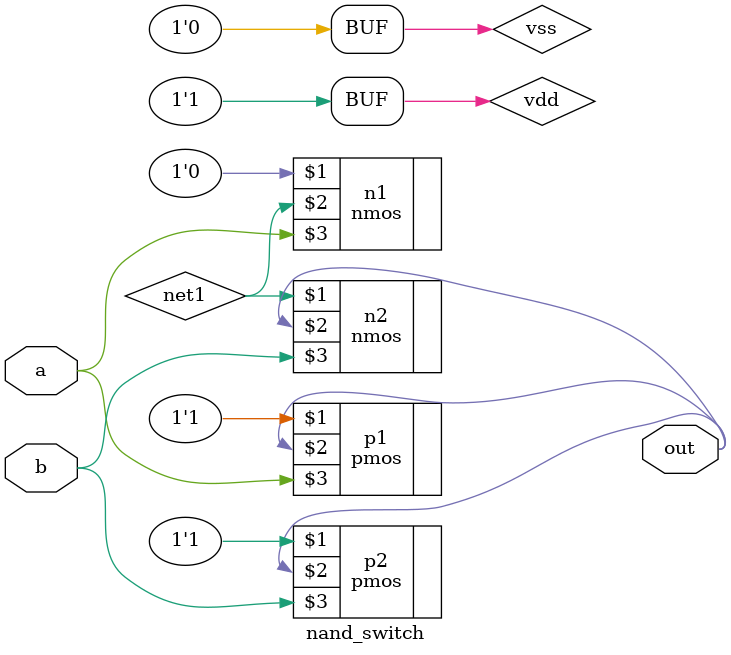
<source format=v>
module nand_switch(a,b,out);
input a,b;
output out;

supply0 vss;
supply1 vdd;
wire net1;

pmos p1 (vdd,out,a);
pmos p2 (vdd,out,b);
nmos n1 (vss,net1,a);
nmos n2 (net1,out,b);

endmodule
</source>
